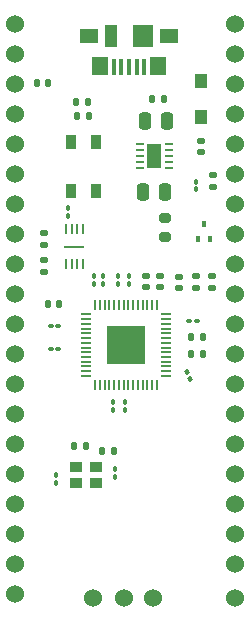
<source format=gts>
%TF.GenerationSoftware,KiCad,Pcbnew,8.0.8*%
%TF.CreationDate,2025-02-11T11:30:28+05:30*%
%TF.ProjectId,my-template,6d792d74-656d-4706-9c61-74652e6b6963,rev?*%
%TF.SameCoordinates,Original*%
%TF.FileFunction,Soldermask,Top*%
%TF.FilePolarity,Negative*%
%FSLAX46Y46*%
G04 Gerber Fmt 4.6, Leading zero omitted, Abs format (unit mm)*
G04 Created by KiCad (PCBNEW 8.0.8) date 2025-02-11 11:30:28*
%MOMM*%
%LPD*%
G01*
G04 APERTURE LIST*
G04 Aperture macros list*
%AMRoundRect*
0 Rectangle with rounded corners*
0 $1 Rounding radius*
0 $2 $3 $4 $5 $6 $7 $8 $9 X,Y pos of 4 corners*
0 Add a 4 corners polygon primitive as box body*
4,1,4,$2,$3,$4,$5,$6,$7,$8,$9,$2,$3,0*
0 Add four circle primitives for the rounded corners*
1,1,$1+$1,$2,$3*
1,1,$1+$1,$4,$5*
1,1,$1+$1,$6,$7*
1,1,$1+$1,$8,$9*
0 Add four rect primitives between the rounded corners*
20,1,$1+$1,$2,$3,$4,$5,0*
20,1,$1+$1,$4,$5,$6,$7,0*
20,1,$1+$1,$6,$7,$8,$9,0*
20,1,$1+$1,$8,$9,$2,$3,0*%
G04 Aperture macros list end*
%ADD10RoundRect,0.100000X-0.100000X0.155000X-0.100000X-0.155000X0.100000X-0.155000X0.100000X0.155000X0*%
%ADD11RoundRect,0.135000X-0.135000X-0.185000X0.135000X-0.185000X0.135000X0.185000X-0.135000X0.185000X0*%
%ADD12RoundRect,0.100000X-0.130000X-0.100000X0.130000X-0.100000X0.130000X0.100000X-0.130000X0.100000X0*%
%ADD13R,1.092200X1.143000*%
%ADD14RoundRect,0.135000X0.135000X0.185000X-0.135000X0.185000X-0.135000X-0.185000X0.135000X-0.185000X0*%
%ADD15R,0.254000X0.812800*%
%ADD16R,1.651000X0.254000*%
%ADD17RoundRect,0.140000X0.170000X-0.140000X0.170000X0.140000X-0.170000X0.140000X-0.170000X-0.140000X0*%
%ADD18RoundRect,0.100000X0.100000X-0.130000X0.100000X0.130000X-0.100000X0.130000X-0.100000X-0.130000X0*%
%ADD19RoundRect,0.250000X-0.250000X-0.475000X0.250000X-0.475000X0.250000X0.475000X-0.250000X0.475000X0*%
%ADD20RoundRect,0.147500X-0.172500X0.147500X-0.172500X-0.147500X0.172500X-0.147500X0.172500X0.147500X0*%
%ADD21C,1.524000*%
%ADD22RoundRect,0.100000X-0.100000X0.130000X-0.100000X-0.130000X0.100000X-0.130000X0.100000X0.130000X0*%
%ADD23RoundRect,0.135000X-0.185000X0.135000X-0.185000X-0.135000X0.185000X-0.135000X0.185000X0.135000X0*%
%ADD24R,0.450000X1.380000*%
%ADD25R,1.650000X1.300000*%
%ADD26R,1.425000X1.550000*%
%ADD27R,1.800000X1.900000*%
%ADD28R,1.000000X1.900000*%
%ADD29RoundRect,0.102000X-0.325000X0.525000X-0.325000X-0.525000X0.325000X-0.525000X0.325000X0.525000X0*%
%ADD30RoundRect,0.147500X-0.147500X-0.172500X0.147500X-0.172500X0.147500X0.172500X-0.147500X0.172500X0*%
%ADD31R,0.762000X0.254000*%
%ADD32R,1.244600X2.057400*%
%ADD33RoundRect,0.135000X0.185000X-0.135000X0.185000X0.135000X-0.185000X0.135000X-0.185000X-0.135000X0*%
%ADD34RoundRect,0.140000X-0.140000X-0.170000X0.140000X-0.170000X0.140000X0.170000X-0.140000X0.170000X0*%
%ADD35R,0.812800X0.177800*%
%ADD36R,0.177800X0.812800*%
%ADD37R,3.200400X3.200400*%
%ADD38RoundRect,0.200000X-0.275000X0.200000X-0.275000X-0.200000X0.275000X-0.200000X0.275000X0.200000X0*%
%ADD39R,1.100000X0.900000*%
%ADD40RoundRect,0.100000X-0.151603X0.062583X-0.021603X-0.162583X0.151603X-0.062583X0.021603X0.162583X0*%
G04 APERTURE END LIST*
D10*
%TO.C,Q1*%
X146602600Y-81496600D03*
X147602600Y-81496600D03*
X147102600Y-80206600D03*
%TD*%
D11*
%TO.C,R5*%
X145972600Y-89851600D03*
X146992600Y-89851600D03*
%TD*%
D12*
%TO.C,C2*%
X134127600Y-88851600D03*
X134767600Y-88851600D03*
%TD*%
D13*
%TO.C,D1*%
X146892600Y-68151600D03*
X146892600Y-71225000D03*
%TD*%
D14*
%TO.C,R4*%
X143702600Y-69701600D03*
X142682600Y-69701600D03*
%TD*%
D15*
%TO.C,U3*%
X135392599Y-83599400D03*
X135892600Y-83599400D03*
X136392600Y-83599400D03*
X136892601Y-83599400D03*
X136892601Y-80703800D03*
X136392600Y-80703800D03*
X135892600Y-80703800D03*
X135392599Y-80703800D03*
D16*
X136142600Y-82151600D03*
%TD*%
D17*
%TO.C,C10*%
X142192600Y-85611600D03*
X142192600Y-84651600D03*
%TD*%
D12*
%TO.C,C7*%
X145872600Y-88451600D03*
X146512600Y-88451600D03*
%TD*%
%TO.C,C3*%
X134127600Y-90851600D03*
X134767600Y-90851600D03*
%TD*%
D18*
%TO.C,R10*%
X140792600Y-85316600D03*
X140792600Y-84676600D03*
%TD*%
D19*
%TO.C,C4*%
X142102600Y-71501600D03*
X144002600Y-71501600D03*
%TD*%
D20*
%TO.C,L1*%
X146892600Y-73181600D03*
X146892600Y-74151600D03*
%TD*%
D14*
%TO.C,R6*%
X146992600Y-91251600D03*
X145972600Y-91251600D03*
%TD*%
D21*
%TO.C,40_part2*%
X149702600Y-111925600D03*
X149702600Y-109021600D03*
X149702600Y-106481600D03*
X149702600Y-103941600D03*
X149702600Y-101401600D03*
X149702600Y-98861600D03*
X149702600Y-96321600D03*
X149702600Y-93781600D03*
X149702600Y-91241600D03*
X149702600Y-88701600D03*
X149702600Y-86161600D03*
X149702600Y-83621600D03*
X149702600Y-81081600D03*
X149702600Y-78541600D03*
X149702600Y-76001600D03*
X149702600Y-73461600D03*
X149702600Y-70921600D03*
X149702600Y-68381600D03*
X149702600Y-65841600D03*
X149702600Y-63301600D03*
%TD*%
D11*
%TO.C,R12*%
X136092600Y-99001600D03*
X137112600Y-99001600D03*
%TD*%
D22*
%TO.C,C18*%
X146392600Y-76651600D03*
X146392600Y-77291600D03*
%TD*%
D23*
%TO.C,R9*%
X146392600Y-84651600D03*
X146392600Y-85671600D03*
%TD*%
D19*
%TO.C,C6*%
X141902600Y-77501600D03*
X143802600Y-77501600D03*
%TD*%
D23*
%TO.C,R14*%
X147892600Y-76131600D03*
X147892600Y-77151600D03*
%TD*%
D22*
%TO.C,C9*%
X137792600Y-84676600D03*
X137792600Y-85316600D03*
%TD*%
D18*
%TO.C,C16*%
X134602600Y-102166600D03*
X134602600Y-101526600D03*
%TD*%
D24*
%TO.C,J1*%
X142052600Y-66961600D03*
X141402600Y-66961600D03*
X140752600Y-66961600D03*
X140102600Y-66961600D03*
X139452600Y-66961600D03*
D25*
X144127600Y-64301600D03*
D26*
X143240100Y-66876600D03*
D27*
X141902600Y-64301600D03*
D28*
X139202600Y-64301600D03*
D26*
X138265100Y-66876600D03*
D25*
X137377600Y-64301600D03*
%TD*%
D29*
%TO.C,SW1*%
X137967600Y-73301600D03*
X137967600Y-77451600D03*
X135817600Y-73301600D03*
X135817600Y-77451600D03*
%TD*%
D30*
%TO.C,D2*%
X132932600Y-68301600D03*
X133902600Y-68301600D03*
%TD*%
D11*
%TO.C,R13*%
X138442600Y-99501600D03*
X139462600Y-99501600D03*
%TD*%
D23*
%TO.C,R15*%
X147792600Y-84651600D03*
X147792600Y-85671600D03*
%TD*%
%TO.C,R1*%
X133592600Y-81031600D03*
X133592600Y-82051600D03*
%TD*%
D31*
%TO.C,U1*%
X144121800Y-75501601D03*
X144121800Y-75001599D03*
X144121800Y-74501600D03*
X144121800Y-74001601D03*
X144121800Y-73501599D03*
X141683400Y-73501599D03*
X141683400Y-74001601D03*
X141683400Y-74501600D03*
X141683400Y-75001599D03*
X141683400Y-75501601D03*
D32*
X142902600Y-74501600D03*
%TD*%
D33*
%TO.C,R2*%
X133592600Y-84271600D03*
X133592600Y-83251600D03*
%TD*%
D21*
%TO.C,J2*%
X137702600Y-111901600D03*
X140342600Y-111901600D03*
X142782600Y-111901600D03*
%TD*%
D18*
%TO.C,C11*%
X138592600Y-85316600D03*
X138592600Y-84676600D03*
%TD*%
D22*
%TO.C,C17*%
X139602600Y-101026600D03*
X139602600Y-101666600D03*
%TD*%
%TO.C,C5*%
X140392600Y-95331600D03*
X140392600Y-95971600D03*
%TD*%
D17*
%TO.C,C12*%
X143392600Y-85611600D03*
X143392600Y-84651600D03*
%TD*%
D34*
%TO.C,C15*%
X133912600Y-87051600D03*
X134872600Y-87051600D03*
%TD*%
D22*
%TO.C,C1*%
X139392600Y-95331600D03*
X139392600Y-95971600D03*
%TD*%
D17*
%TO.C,C14*%
X144992600Y-85651600D03*
X144992600Y-84691600D03*
%TD*%
D35*
%TO.C,U2*%
X137099000Y-87901600D03*
X137099000Y-88301599D03*
X137099000Y-88701601D03*
X137099000Y-89101600D03*
X137099000Y-89501599D03*
X137099000Y-89901601D03*
X137099000Y-90301600D03*
X137099000Y-90701600D03*
X137099000Y-91101599D03*
X137099000Y-91501601D03*
X137099000Y-91901600D03*
X137099000Y-92301599D03*
X137099000Y-92701601D03*
X137099000Y-93101600D03*
D36*
X137902600Y-93905200D03*
X138302599Y-93905200D03*
X138702601Y-93905200D03*
X139102600Y-93905200D03*
X139502599Y-93905200D03*
X139902601Y-93905200D03*
X140302600Y-93905200D03*
X140702600Y-93905200D03*
X141102599Y-93905200D03*
X141502601Y-93905200D03*
X141902600Y-93905200D03*
X142302599Y-93905200D03*
X142702601Y-93905200D03*
X143102600Y-93905200D03*
D35*
X143906200Y-93101600D03*
X143906200Y-92701601D03*
X143906200Y-92301599D03*
X143906200Y-91901600D03*
X143906200Y-91501601D03*
X143906200Y-91101599D03*
X143906200Y-90701600D03*
X143906200Y-90301600D03*
X143906200Y-89901601D03*
X143906200Y-89501599D03*
X143906200Y-89101600D03*
X143906200Y-88701601D03*
X143906200Y-88301599D03*
X143906200Y-87901600D03*
D36*
X143102600Y-87098000D03*
X142702601Y-87098000D03*
X142302599Y-87098000D03*
X141902600Y-87098000D03*
X141502601Y-87098000D03*
X141102599Y-87098000D03*
X140702600Y-87098000D03*
X140302600Y-87098000D03*
X139902601Y-87098000D03*
X139502599Y-87098000D03*
X139102600Y-87098000D03*
X138702601Y-87098000D03*
X138302599Y-87098000D03*
X137902600Y-87098000D03*
D37*
X140502600Y-90501600D03*
%TD*%
D22*
%TO.C,C13*%
X135592600Y-78901600D03*
X135592600Y-79541600D03*
%TD*%
D21*
%TO.C,40_part1*%
X131102600Y-63301600D03*
X131102600Y-65886600D03*
X131102600Y-68426600D03*
X131102600Y-70966600D03*
X131102600Y-73506600D03*
X131102600Y-76046600D03*
X131102600Y-78586600D03*
X131102600Y-81126600D03*
X131102600Y-83666600D03*
X131102600Y-86206600D03*
X131102600Y-88746600D03*
X131102600Y-91286600D03*
X131102600Y-93826600D03*
X131102600Y-96366600D03*
X131102600Y-98906600D03*
X131102600Y-101446600D03*
X131102600Y-103986600D03*
X131102600Y-106526600D03*
X131102600Y-109066600D03*
X131102600Y-111606600D03*
%TD*%
D38*
%TO.C,R8*%
X143792600Y-79701600D03*
X143792600Y-81351600D03*
%TD*%
D39*
%TO.C,X1*%
X136252600Y-102151600D03*
X137952600Y-102151600D03*
X137952600Y-100851600D03*
X136252600Y-100851600D03*
%TD*%
D18*
%TO.C,R7*%
X139792600Y-85316600D03*
X139792600Y-84676600D03*
%TD*%
D14*
%TO.C,R3*%
X137322600Y-69901600D03*
X136302600Y-69901600D03*
%TD*%
%TO.C,R11*%
X137342600Y-71101600D03*
X136322600Y-71101600D03*
%TD*%
D40*
%TO.C,C8*%
X145632600Y-92774472D03*
X145952600Y-93328728D03*
%TD*%
M02*

</source>
